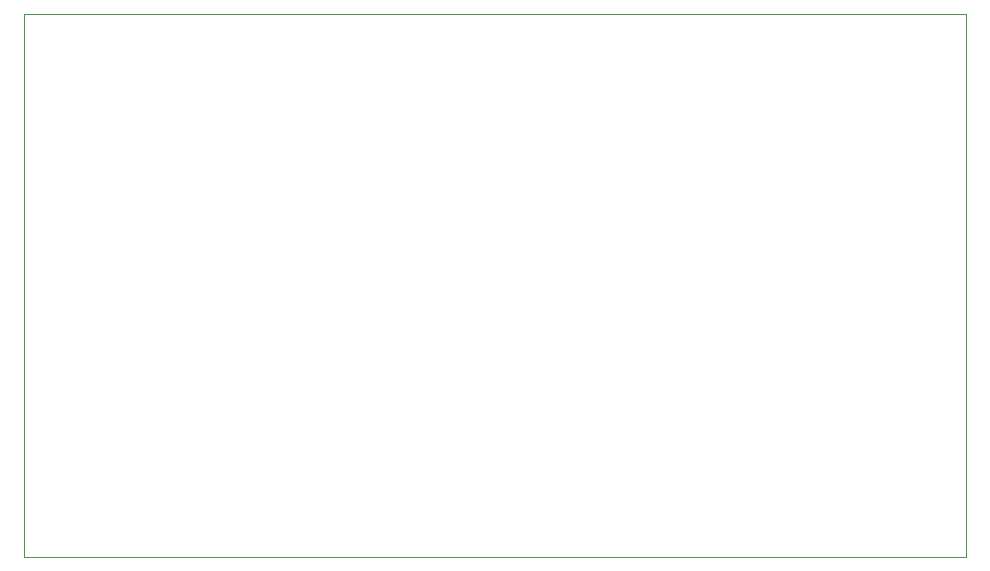
<source format=gbr>
%TF.GenerationSoftware,KiCad,Pcbnew,7.0.2*%
%TF.CreationDate,2023-06-14T22:38:02-04:00*%
%TF.ProjectId,WeatherPill,57656174-6865-4725-9069-6c6c2e6b6963,rev?*%
%TF.SameCoordinates,Original*%
%TF.FileFunction,Profile,NP*%
%FSLAX46Y46*%
G04 Gerber Fmt 4.6, Leading zero omitted, Abs format (unit mm)*
G04 Created by KiCad (PCBNEW 7.0.2) date 2023-06-14 22:38:02*
%MOMM*%
%LPD*%
G01*
G04 APERTURE LIST*
%TA.AperFunction,Profile*%
%ADD10C,0.100000*%
%TD*%
G04 APERTURE END LIST*
D10*
X49784000Y-130810000D02*
X129540000Y-130810000D01*
X129540000Y-176784000D01*
X49784000Y-176784000D01*
X49784000Y-130810000D01*
M02*

</source>
